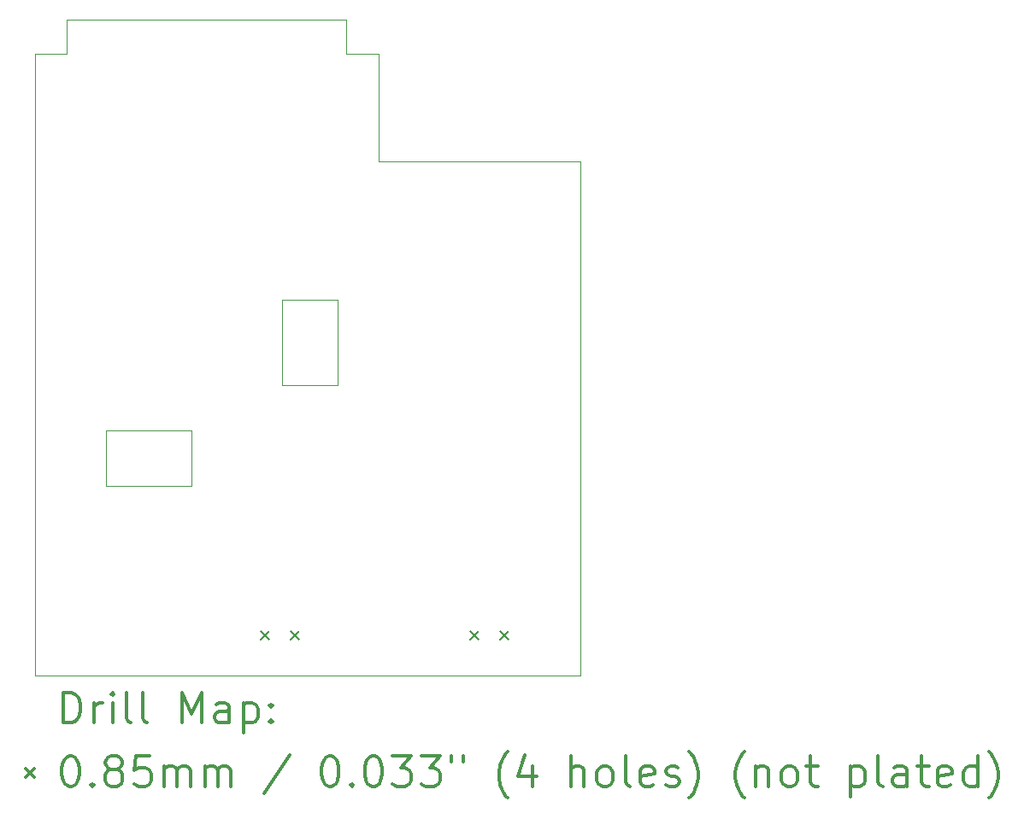
<source format=gbr>
%FSLAX45Y45*%
G04 Gerber Fmt 4.5, Leading zero omitted, Abs format (unit mm)*
G04 Created by KiCad (PCBNEW (5.1.7)-1) date 2022-01-01 19:06:48*
%MOMM*%
%LPD*%
G01*
G04 APERTURE LIST*
%TA.AperFunction,Profile*%
%ADD10C,0.100000*%
%TD*%
%ADD11C,0.200000*%
%ADD12C,0.300000*%
G04 APERTURE END LIST*
D10*
X6700000Y-6550000D02*
X6700000Y-7400000D01*
X7250000Y-6550000D02*
X6700000Y-6550000D01*
X6700000Y-7400000D02*
X7250000Y-7400000D01*
X7250000Y-7400000D02*
X7250000Y-6550000D01*
X4950000Y-8400000D02*
X5800000Y-8400000D01*
X4950000Y-7850000D02*
X4950000Y-8400000D01*
X5800000Y-7850000D02*
X4950000Y-7850000D01*
X5800000Y-8400000D02*
X5800000Y-7850000D01*
X7650000Y-5175000D02*
X7650000Y-4115000D01*
X9650000Y-5175000D02*
X7650000Y-5175000D01*
X9650000Y-10275000D02*
X9650000Y-5175000D01*
X7650000Y-10275000D02*
X9650000Y-10275000D01*
X6895000Y-10275000D02*
X4250000Y-10275000D01*
X4430000Y-4115000D02*
X4565000Y-4115000D01*
X4565000Y-4115000D02*
X4565000Y-3775000D01*
X4250000Y-4115000D02*
X4430000Y-4115000D01*
X7247410Y-3774720D02*
X7334970Y-3774720D01*
X7650000Y-4115000D02*
X7335000Y-4115000D01*
X7335000Y-4115000D02*
X7334970Y-3774720D01*
X4565000Y-3774720D02*
X7247410Y-3774720D01*
X4250000Y-4115000D02*
X4250000Y-10275000D01*
X6895000Y-10275000D02*
X7650000Y-10275000D01*
D11*
X8557500Y-9832500D02*
X8642500Y-9917500D01*
X8642500Y-9832500D02*
X8557500Y-9917500D01*
X8857500Y-9832500D02*
X8942500Y-9917500D01*
X8942500Y-9832500D02*
X8857500Y-9917500D01*
X6482500Y-9832500D02*
X6567500Y-9917500D01*
X6567500Y-9832500D02*
X6482500Y-9917500D01*
X6782500Y-9832500D02*
X6867500Y-9917500D01*
X6867500Y-9832500D02*
X6782500Y-9917500D01*
D12*
X4531428Y-10745714D02*
X4531428Y-10445714D01*
X4602857Y-10445714D01*
X4645714Y-10460000D01*
X4674286Y-10488572D01*
X4688571Y-10517143D01*
X4702857Y-10574286D01*
X4702857Y-10617143D01*
X4688571Y-10674286D01*
X4674286Y-10702857D01*
X4645714Y-10731429D01*
X4602857Y-10745714D01*
X4531428Y-10745714D01*
X4831428Y-10745714D02*
X4831428Y-10545714D01*
X4831428Y-10602857D02*
X4845714Y-10574286D01*
X4860000Y-10560000D01*
X4888571Y-10545714D01*
X4917143Y-10545714D01*
X5017143Y-10745714D02*
X5017143Y-10545714D01*
X5017143Y-10445714D02*
X5002857Y-10460000D01*
X5017143Y-10474286D01*
X5031428Y-10460000D01*
X5017143Y-10445714D01*
X5017143Y-10474286D01*
X5202857Y-10745714D02*
X5174286Y-10731429D01*
X5160000Y-10702857D01*
X5160000Y-10445714D01*
X5360000Y-10745714D02*
X5331428Y-10731429D01*
X5317143Y-10702857D01*
X5317143Y-10445714D01*
X5702857Y-10745714D02*
X5702857Y-10445714D01*
X5802857Y-10660000D01*
X5902857Y-10445714D01*
X5902857Y-10745714D01*
X6174286Y-10745714D02*
X6174286Y-10588572D01*
X6160000Y-10560000D01*
X6131428Y-10545714D01*
X6074286Y-10545714D01*
X6045714Y-10560000D01*
X6174286Y-10731429D02*
X6145714Y-10745714D01*
X6074286Y-10745714D01*
X6045714Y-10731429D01*
X6031428Y-10702857D01*
X6031428Y-10674286D01*
X6045714Y-10645714D01*
X6074286Y-10631429D01*
X6145714Y-10631429D01*
X6174286Y-10617143D01*
X6317143Y-10545714D02*
X6317143Y-10845714D01*
X6317143Y-10560000D02*
X6345714Y-10545714D01*
X6402857Y-10545714D01*
X6431428Y-10560000D01*
X6445714Y-10574286D01*
X6460000Y-10602857D01*
X6460000Y-10688572D01*
X6445714Y-10717143D01*
X6431428Y-10731429D01*
X6402857Y-10745714D01*
X6345714Y-10745714D01*
X6317143Y-10731429D01*
X6588571Y-10717143D02*
X6602857Y-10731429D01*
X6588571Y-10745714D01*
X6574286Y-10731429D01*
X6588571Y-10717143D01*
X6588571Y-10745714D01*
X6588571Y-10560000D02*
X6602857Y-10574286D01*
X6588571Y-10588572D01*
X6574286Y-10574286D01*
X6588571Y-10560000D01*
X6588571Y-10588572D01*
X4160000Y-11197500D02*
X4245000Y-11282500D01*
X4245000Y-11197500D02*
X4160000Y-11282500D01*
X4588571Y-11075714D02*
X4617143Y-11075714D01*
X4645714Y-11090000D01*
X4660000Y-11104286D01*
X4674286Y-11132857D01*
X4688571Y-11190000D01*
X4688571Y-11261429D01*
X4674286Y-11318571D01*
X4660000Y-11347143D01*
X4645714Y-11361429D01*
X4617143Y-11375714D01*
X4588571Y-11375714D01*
X4560000Y-11361429D01*
X4545714Y-11347143D01*
X4531428Y-11318571D01*
X4517143Y-11261429D01*
X4517143Y-11190000D01*
X4531428Y-11132857D01*
X4545714Y-11104286D01*
X4560000Y-11090000D01*
X4588571Y-11075714D01*
X4817143Y-11347143D02*
X4831428Y-11361429D01*
X4817143Y-11375714D01*
X4802857Y-11361429D01*
X4817143Y-11347143D01*
X4817143Y-11375714D01*
X5002857Y-11204286D02*
X4974286Y-11190000D01*
X4960000Y-11175714D01*
X4945714Y-11147143D01*
X4945714Y-11132857D01*
X4960000Y-11104286D01*
X4974286Y-11090000D01*
X5002857Y-11075714D01*
X5060000Y-11075714D01*
X5088571Y-11090000D01*
X5102857Y-11104286D01*
X5117143Y-11132857D01*
X5117143Y-11147143D01*
X5102857Y-11175714D01*
X5088571Y-11190000D01*
X5060000Y-11204286D01*
X5002857Y-11204286D01*
X4974286Y-11218571D01*
X4960000Y-11232857D01*
X4945714Y-11261429D01*
X4945714Y-11318571D01*
X4960000Y-11347143D01*
X4974286Y-11361429D01*
X5002857Y-11375714D01*
X5060000Y-11375714D01*
X5088571Y-11361429D01*
X5102857Y-11347143D01*
X5117143Y-11318571D01*
X5117143Y-11261429D01*
X5102857Y-11232857D01*
X5088571Y-11218571D01*
X5060000Y-11204286D01*
X5388571Y-11075714D02*
X5245714Y-11075714D01*
X5231428Y-11218571D01*
X5245714Y-11204286D01*
X5274286Y-11190000D01*
X5345714Y-11190000D01*
X5374286Y-11204286D01*
X5388571Y-11218571D01*
X5402857Y-11247143D01*
X5402857Y-11318571D01*
X5388571Y-11347143D01*
X5374286Y-11361429D01*
X5345714Y-11375714D01*
X5274286Y-11375714D01*
X5245714Y-11361429D01*
X5231428Y-11347143D01*
X5531428Y-11375714D02*
X5531428Y-11175714D01*
X5531428Y-11204286D02*
X5545714Y-11190000D01*
X5574286Y-11175714D01*
X5617143Y-11175714D01*
X5645714Y-11190000D01*
X5660000Y-11218571D01*
X5660000Y-11375714D01*
X5660000Y-11218571D02*
X5674286Y-11190000D01*
X5702857Y-11175714D01*
X5745714Y-11175714D01*
X5774286Y-11190000D01*
X5788571Y-11218571D01*
X5788571Y-11375714D01*
X5931428Y-11375714D02*
X5931428Y-11175714D01*
X5931428Y-11204286D02*
X5945714Y-11190000D01*
X5974286Y-11175714D01*
X6017143Y-11175714D01*
X6045714Y-11190000D01*
X6060000Y-11218571D01*
X6060000Y-11375714D01*
X6060000Y-11218571D02*
X6074286Y-11190000D01*
X6102857Y-11175714D01*
X6145714Y-11175714D01*
X6174286Y-11190000D01*
X6188571Y-11218571D01*
X6188571Y-11375714D01*
X6774286Y-11061429D02*
X6517143Y-11447143D01*
X7160000Y-11075714D02*
X7188571Y-11075714D01*
X7217143Y-11090000D01*
X7231428Y-11104286D01*
X7245714Y-11132857D01*
X7260000Y-11190000D01*
X7260000Y-11261429D01*
X7245714Y-11318571D01*
X7231428Y-11347143D01*
X7217143Y-11361429D01*
X7188571Y-11375714D01*
X7160000Y-11375714D01*
X7131428Y-11361429D01*
X7117143Y-11347143D01*
X7102857Y-11318571D01*
X7088571Y-11261429D01*
X7088571Y-11190000D01*
X7102857Y-11132857D01*
X7117143Y-11104286D01*
X7131428Y-11090000D01*
X7160000Y-11075714D01*
X7388571Y-11347143D02*
X7402857Y-11361429D01*
X7388571Y-11375714D01*
X7374286Y-11361429D01*
X7388571Y-11347143D01*
X7388571Y-11375714D01*
X7588571Y-11075714D02*
X7617143Y-11075714D01*
X7645714Y-11090000D01*
X7660000Y-11104286D01*
X7674286Y-11132857D01*
X7688571Y-11190000D01*
X7688571Y-11261429D01*
X7674286Y-11318571D01*
X7660000Y-11347143D01*
X7645714Y-11361429D01*
X7617143Y-11375714D01*
X7588571Y-11375714D01*
X7560000Y-11361429D01*
X7545714Y-11347143D01*
X7531428Y-11318571D01*
X7517143Y-11261429D01*
X7517143Y-11190000D01*
X7531428Y-11132857D01*
X7545714Y-11104286D01*
X7560000Y-11090000D01*
X7588571Y-11075714D01*
X7788571Y-11075714D02*
X7974286Y-11075714D01*
X7874286Y-11190000D01*
X7917143Y-11190000D01*
X7945714Y-11204286D01*
X7960000Y-11218571D01*
X7974286Y-11247143D01*
X7974286Y-11318571D01*
X7960000Y-11347143D01*
X7945714Y-11361429D01*
X7917143Y-11375714D01*
X7831428Y-11375714D01*
X7802857Y-11361429D01*
X7788571Y-11347143D01*
X8074286Y-11075714D02*
X8260000Y-11075714D01*
X8160000Y-11190000D01*
X8202857Y-11190000D01*
X8231428Y-11204286D01*
X8245714Y-11218571D01*
X8260000Y-11247143D01*
X8260000Y-11318571D01*
X8245714Y-11347143D01*
X8231428Y-11361429D01*
X8202857Y-11375714D01*
X8117143Y-11375714D01*
X8088571Y-11361429D01*
X8074286Y-11347143D01*
X8374286Y-11075714D02*
X8374286Y-11132857D01*
X8488571Y-11075714D02*
X8488571Y-11132857D01*
X8931428Y-11490000D02*
X8917143Y-11475714D01*
X8888571Y-11432857D01*
X8874286Y-11404286D01*
X8860000Y-11361429D01*
X8845714Y-11290000D01*
X8845714Y-11232857D01*
X8860000Y-11161429D01*
X8874286Y-11118572D01*
X8888571Y-11090000D01*
X8917143Y-11047143D01*
X8931428Y-11032857D01*
X9174286Y-11175714D02*
X9174286Y-11375714D01*
X9102857Y-11061429D02*
X9031428Y-11275714D01*
X9217143Y-11275714D01*
X9560000Y-11375714D02*
X9560000Y-11075714D01*
X9688571Y-11375714D02*
X9688571Y-11218571D01*
X9674286Y-11190000D01*
X9645714Y-11175714D01*
X9602857Y-11175714D01*
X9574286Y-11190000D01*
X9560000Y-11204286D01*
X9874286Y-11375714D02*
X9845714Y-11361429D01*
X9831428Y-11347143D01*
X9817143Y-11318571D01*
X9817143Y-11232857D01*
X9831428Y-11204286D01*
X9845714Y-11190000D01*
X9874286Y-11175714D01*
X9917143Y-11175714D01*
X9945714Y-11190000D01*
X9960000Y-11204286D01*
X9974286Y-11232857D01*
X9974286Y-11318571D01*
X9960000Y-11347143D01*
X9945714Y-11361429D01*
X9917143Y-11375714D01*
X9874286Y-11375714D01*
X10145714Y-11375714D02*
X10117143Y-11361429D01*
X10102857Y-11332857D01*
X10102857Y-11075714D01*
X10374286Y-11361429D02*
X10345714Y-11375714D01*
X10288571Y-11375714D01*
X10260000Y-11361429D01*
X10245714Y-11332857D01*
X10245714Y-11218571D01*
X10260000Y-11190000D01*
X10288571Y-11175714D01*
X10345714Y-11175714D01*
X10374286Y-11190000D01*
X10388571Y-11218571D01*
X10388571Y-11247143D01*
X10245714Y-11275714D01*
X10502857Y-11361429D02*
X10531428Y-11375714D01*
X10588571Y-11375714D01*
X10617143Y-11361429D01*
X10631428Y-11332857D01*
X10631428Y-11318571D01*
X10617143Y-11290000D01*
X10588571Y-11275714D01*
X10545714Y-11275714D01*
X10517143Y-11261429D01*
X10502857Y-11232857D01*
X10502857Y-11218571D01*
X10517143Y-11190000D01*
X10545714Y-11175714D01*
X10588571Y-11175714D01*
X10617143Y-11190000D01*
X10731428Y-11490000D02*
X10745714Y-11475714D01*
X10774286Y-11432857D01*
X10788571Y-11404286D01*
X10802857Y-11361429D01*
X10817143Y-11290000D01*
X10817143Y-11232857D01*
X10802857Y-11161429D01*
X10788571Y-11118572D01*
X10774286Y-11090000D01*
X10745714Y-11047143D01*
X10731428Y-11032857D01*
X11274286Y-11490000D02*
X11260000Y-11475714D01*
X11231428Y-11432857D01*
X11217143Y-11404286D01*
X11202857Y-11361429D01*
X11188571Y-11290000D01*
X11188571Y-11232857D01*
X11202857Y-11161429D01*
X11217143Y-11118572D01*
X11231428Y-11090000D01*
X11260000Y-11047143D01*
X11274286Y-11032857D01*
X11388571Y-11175714D02*
X11388571Y-11375714D01*
X11388571Y-11204286D02*
X11402857Y-11190000D01*
X11431428Y-11175714D01*
X11474286Y-11175714D01*
X11502857Y-11190000D01*
X11517143Y-11218571D01*
X11517143Y-11375714D01*
X11702857Y-11375714D02*
X11674286Y-11361429D01*
X11660000Y-11347143D01*
X11645714Y-11318571D01*
X11645714Y-11232857D01*
X11660000Y-11204286D01*
X11674286Y-11190000D01*
X11702857Y-11175714D01*
X11745714Y-11175714D01*
X11774286Y-11190000D01*
X11788571Y-11204286D01*
X11802857Y-11232857D01*
X11802857Y-11318571D01*
X11788571Y-11347143D01*
X11774286Y-11361429D01*
X11745714Y-11375714D01*
X11702857Y-11375714D01*
X11888571Y-11175714D02*
X12002857Y-11175714D01*
X11931428Y-11075714D02*
X11931428Y-11332857D01*
X11945714Y-11361429D01*
X11974286Y-11375714D01*
X12002857Y-11375714D01*
X12331428Y-11175714D02*
X12331428Y-11475714D01*
X12331428Y-11190000D02*
X12360000Y-11175714D01*
X12417143Y-11175714D01*
X12445714Y-11190000D01*
X12460000Y-11204286D01*
X12474286Y-11232857D01*
X12474286Y-11318571D01*
X12460000Y-11347143D01*
X12445714Y-11361429D01*
X12417143Y-11375714D01*
X12360000Y-11375714D01*
X12331428Y-11361429D01*
X12645714Y-11375714D02*
X12617143Y-11361429D01*
X12602857Y-11332857D01*
X12602857Y-11075714D01*
X12888571Y-11375714D02*
X12888571Y-11218571D01*
X12874286Y-11190000D01*
X12845714Y-11175714D01*
X12788571Y-11175714D01*
X12760000Y-11190000D01*
X12888571Y-11361429D02*
X12860000Y-11375714D01*
X12788571Y-11375714D01*
X12760000Y-11361429D01*
X12745714Y-11332857D01*
X12745714Y-11304286D01*
X12760000Y-11275714D01*
X12788571Y-11261429D01*
X12860000Y-11261429D01*
X12888571Y-11247143D01*
X12988571Y-11175714D02*
X13102857Y-11175714D01*
X13031428Y-11075714D02*
X13031428Y-11332857D01*
X13045714Y-11361429D01*
X13074286Y-11375714D01*
X13102857Y-11375714D01*
X13317143Y-11361429D02*
X13288571Y-11375714D01*
X13231428Y-11375714D01*
X13202857Y-11361429D01*
X13188571Y-11332857D01*
X13188571Y-11218571D01*
X13202857Y-11190000D01*
X13231428Y-11175714D01*
X13288571Y-11175714D01*
X13317143Y-11190000D01*
X13331428Y-11218571D01*
X13331428Y-11247143D01*
X13188571Y-11275714D01*
X13588571Y-11375714D02*
X13588571Y-11075714D01*
X13588571Y-11361429D02*
X13560000Y-11375714D01*
X13502857Y-11375714D01*
X13474286Y-11361429D01*
X13460000Y-11347143D01*
X13445714Y-11318571D01*
X13445714Y-11232857D01*
X13460000Y-11204286D01*
X13474286Y-11190000D01*
X13502857Y-11175714D01*
X13560000Y-11175714D01*
X13588571Y-11190000D01*
X13702857Y-11490000D02*
X13717143Y-11475714D01*
X13745714Y-11432857D01*
X13760000Y-11404286D01*
X13774286Y-11361429D01*
X13788571Y-11290000D01*
X13788571Y-11232857D01*
X13774286Y-11161429D01*
X13760000Y-11118572D01*
X13745714Y-11090000D01*
X13717143Y-11047143D01*
X13702857Y-11032857D01*
M02*

</source>
